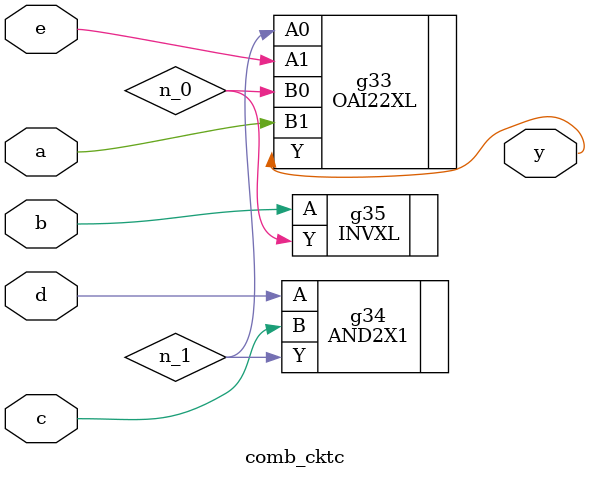
<source format=v>


// Verification Directory fv/comb_cktc 

module comb_cktc(a, b, c, d, e, y);
  input a, b, c, d, e;
  output y;
  wire a, b, c, d, e;
  wire y;
  wire n_0, n_1;
  OAI22XL g33(.A0 (n_1), .A1 (e), .B0 (n_0), .B1 (a), .Y (y));
  AND2X1 g34(.A (d), .B (c), .Y (n_1));
  INVXL g35(.A (b), .Y (n_0));
endmodule


</source>
